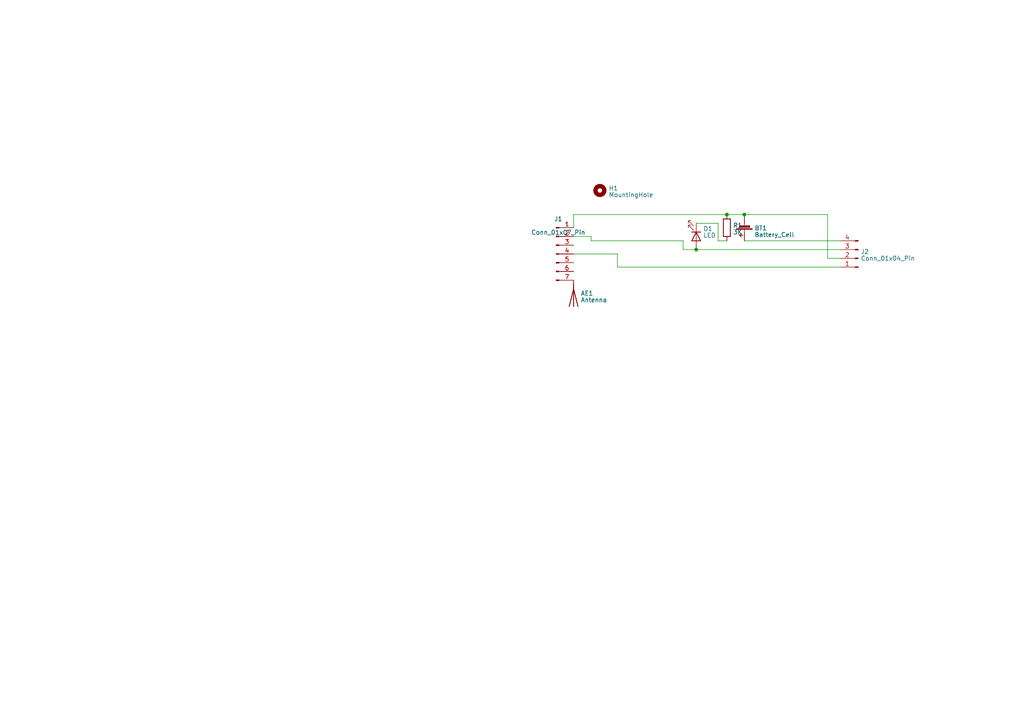
<source format=kicad_sch>
(kicad_sch (version 20230121) (generator eeschema)
  (paper "A4")
  (title_block (rev "v0.0.2"))
  (lib_symbols
    (symbol "Connector:Conn_01x04_Pin" (pin_names (offset 1.016) hide)
      (property "Reference" "J" (at 0 5.08 0))
      (property "Value" "Conn_01x04_Pin" (at 0 -7.62 0))
      (symbol "Conn_01x04_Pin_1_1"
        (polyline (pts (xy 1.27 -5.08) (xy 0.8636 -5.08)) (stroke (width 0.1524)))
        (polyline (pts (xy 1.27 -2.54) (xy 0.8636 -2.54)) (stroke (width 0.1524)))
        (polyline (pts (xy 1.27 0) (xy 0.8636 0)) (stroke (width 0.1524)))
        (polyline (pts (xy 1.27 2.54) (xy 0.8636 2.54)) (stroke (width 0.1524)))
        (rectangle (start 0.8636 -4.953) (end 0 -5.207) (stroke (width 0.1524)) (fill (type outline)))
        (rectangle (start 0.8636 -2.413) (end 0 -2.667) (stroke (width 0.1524)) (fill (type outline)))
        (rectangle (start 0.8636 0.127) (end 0 -0.127) (stroke (width 0.1524)) (fill (type outline)))
        (rectangle (start 0.8636 2.667) (end 0 2.413) (stroke (width 0.1524)) (fill (type outline)))
        (pin passive line (at 5.08 2.54 180) (length 3.81) (name "Pin_1") (number "1"))
        (pin passive line (at 5.08 0 180) (length 3.81) (name "Pin_2") (number "2"))
        (pin passive line (at 5.08 -2.54 180) (length 3.81) (name "Pin_3") (number "3"))
        (pin passive line (at 5.08 -5.08 180) (length 3.81) (name "Pin_4") (number "4"))
      )
    )
    (symbol "Connector:Conn_01x07_Pin" (pin_names (offset 1.016) hide)
      (property "Reference" "J" (at 0 10.16 0))
      (property "Value" "Conn_01x07_Pin" (at 0 -10.16 0))
      (symbol "Conn_01x07_Pin_1_1"
        (polyline (pts (xy 1.27 -7.62) (xy 0.8636 -7.62)) (stroke (width 0.1524)))
        (polyline (pts (xy 1.27 -5.08) (xy 0.8636 -5.08)) (stroke (width 0.1524)))
        (polyline (pts (xy 1.27 -2.54) (xy 0.8636 -2.54)) (stroke (width 0.1524)))
        (polyline (pts (xy 1.27 0) (xy 0.8636 0)) (stroke (width 0.1524)))
        (polyline (pts (xy 1.27 2.54) (xy 0.8636 2.54)) (stroke (width 0.1524)))
        (polyline (pts (xy 1.27 5.08) (xy 0.8636 5.08)) (stroke (width 0.1524)))
        (polyline (pts (xy 1.27 7.62) (xy 0.8636 7.62)) (stroke (width 0.1524)))
        (rectangle (start 0.8636 -7.493) (end 0 -7.747) (stroke (width 0.1524)) (fill (type outline)))
        (rectangle (start 0.8636 -4.953) (end 0 -5.207) (stroke (width 0.1524)) (fill (type outline)))
        (rectangle (start 0.8636 -2.413) (end 0 -2.667) (stroke (width 0.1524)) (fill (type outline)))
        (rectangle (start 0.8636 0.127) (end 0 -0.127) (stroke (width 0.1524)) (fill (type outline)))
        (rectangle (start 0.8636 2.667) (end 0 2.413) (stroke (width 0.1524)) (fill (type outline)))
        (rectangle (start 0.8636 5.207) (end 0 4.953) (stroke (width 0.1524)) (fill (type outline)))
        (rectangle (start 0.8636 7.747) (end 0 7.493) (stroke (width 0.1524)) (fill (type outline)))
        (pin passive line (at 5.08 7.62 180) (length 3.81) (name "Pin_1") (number "1"))
        (pin passive line (at 5.08 5.08 180) (length 3.81) (name "Pin_2") (number "2"))
        (pin passive line (at 5.08 2.54 180) (length 3.81) (name "Pin_3") (number "3"))
        (pin passive line (at 5.08 0 180) (length 3.81) (name "Pin_4") (number "4"))
        (pin passive line (at 5.08 -2.54 180) (length 3.81) (name "Pin_5") (number "5"))
        (pin passive line (at 5.08 -5.08 180) (length 3.81) (name "Pin_6") (number "6"))
        (pin passive line (at 5.08 -7.62 180) (length 3.81) (name "Pin_7") (number "7"))
      )
    )
    (symbol "Device:Antenna" (pin_numbers hide) (pin_names (offset 1.016) hide)
      (property "Reference" "AE" (at -1.905 1.905 0))
      (property "Value" "Antenna" (at -1.905 0 0))
      (symbol "Antenna_0_1"
        (polyline (pts (xy 0 2.54) (xy 0 -3.81)) (stroke (width 0.254)))
        (polyline (pts (xy 1.27 2.54) (xy 0 -2.54) (xy -1.27 2.54)) (stroke (width 0.254)))
      )
      (symbol "Antenna_1_1"
        (pin input line (at 0 -5.08 90) (length 2.54) (name "A") (number "1"))
      )
    )
    (symbol "Device:Battery_Cell" (pin_numbers hide) (pin_names (offset 0) hide)
      (property "Reference" "BT" (at 2.54 2.54 0))
      (property "Value" "Battery_Cell" (at 2.54 0 0))
      (symbol "Battery_Cell_0_1"
        (rectangle (start -2.286 1.778) (end 2.286 1.524) (fill (type outline)))
        (rectangle (start -1.5748 1.1938) (end 1.4732 0.6858) (fill (type outline)))
        (polyline (pts (xy 0 0.762) (xy 0 0)))
        (polyline (pts (xy 0 1.778) (xy 0 2.54)))
        (polyline (pts (xy 0.508 3.429) (xy 1.524 3.429)) (stroke (width 0.254)))
        (polyline (pts (xy 1.016 3.937) (xy 1.016 2.921)) (stroke (width 0.254)))
      )
      (symbol "Battery_Cell_1_1"
        (pin passive line (at 0 5.08 270) (length 2.54) (name "+") (number "1"))
        (pin passive line (at 0 -2.54 90) (length 2.54) (name "-") (number "2"))
      )
    )
    (symbol "Device:LED" (pin_numbers hide) (pin_names (offset 1.016) hide)
      (property "Reference" "D" (at 0 2.54 0))
      (property "Value" "LED" (at 0 -2.54 0))
      (symbol "LED_0_1"
        (polyline (pts (xy -1.27 -1.27) (xy -1.27 1.27)) (stroke (width 0.254)))
        (polyline (pts (xy -1.27 0) (xy 1.27 0)))
        (polyline (pts (xy 1.27 -1.27) (xy 1.27 1.27) (xy -1.27 0) (xy 1.27 -1.27)) (stroke (width 0.254)))
        (polyline (pts (xy -3.048 -0.762) (xy -4.572 -2.286) (xy -3.81 -2.286) (xy -4.572 -2.286) (xy -4.572 -1.524)))
        (polyline (pts (xy -1.778 -0.762) (xy -3.302 -2.286) (xy -2.54 -2.286) (xy -3.302 -2.286) (xy -3.302 -1.524)))
      )
      (symbol "LED_1_1"
        (pin passive line (at -3.81 0 0) (length 2.54) (name "K") (number "1"))
        (pin passive line (at 3.81 0 180) (length 2.54) (name "A") (number "2"))
      )
    )
    (symbol "Device:R" (pin_numbers hide) (pin_names (offset 0))
      (property "Reference" "R" (at 2.032 0 90))
      (property "Value" "R" (at 0 0 90))
      (symbol "R_0_1"
        (rectangle (start -1.016 -2.54) (end 1.016 2.54) (stroke (width 0.254)))
      )
      (symbol "R_1_1"
        (pin passive line (at 0 3.81 270) (length 1.27) (name "~") (number "1"))
        (pin passive line (at 0 -3.81 90) (length 1.27) (name "~") (number "2"))
      )
    )
    (symbol "Mechanical:MountingHole" (pin_names (offset 1.016))
      (property "Reference" "H" (at 0 5.08 0))
      (property "Value" "MountingHole" (at 0 3.175 0))
      (symbol "MountingHole_0_1"
        (circle (center 0 0) (radius 1.27) (stroke (width 1.27)))
      )
    )
  )
  (junction (at 210.82 62.23))
  (junction (at 215.9 62.23))
  (junction (at 201.93 72.39))
  (wire (pts (xy 215.9 62.23) (xy 240.03 62.23)))
  (wire (pts (xy 240.03 74.93) (xy 243.84 74.93)))
  (wire (pts (xy 171.45 68.58) (xy 166.37 68.58)))
  (wire (pts (xy 166.37 62.23) (xy 166.37 66.04)))
  (wire (pts (xy 243.84 77.47) (xy 179.07 77.47)))
  (wire (pts (xy 208.28 64.77) (xy 208.28 69.85)))
  (wire (pts (xy 198.12 69.85) (xy 171.45 69.85)))
  (wire (pts (xy 179.07 77.47) (xy 179.07 73.66)))
  (wire (pts (xy 208.28 69.85) (xy 210.82 69.85)))
  (wire (pts (xy 171.45 69.85) (xy 171.45 68.58)))
  (wire (pts (xy 240.03 62.23) (xy 240.03 74.93)))
  (wire (pts (xy 210.82 62.23) (xy 215.9 62.23)))
  (wire (pts (xy 201.93 72.39) (xy 243.84 72.39)))
  (wire (pts (xy 179.07 73.66) (xy 166.37 73.66)))
  (wire (pts (xy 198.12 72.39) (xy 198.12 69.85)))
  (wire (pts (xy 166.37 62.23) (xy 210.82 62.23)))
  (wire (pts (xy 215.9 69.85) (xy 243.84 69.85)))
  (wire (pts (xy 201.93 72.39) (xy 198.12 72.39)))
  (wire (pts (xy 201.93 64.77) (xy 208.28 64.77)))
  (symbol (lib_id "Device:R") (at 210.82 66.04 0) (unit 1)
    (property "Reference" "R1" (at 212.598 65.3963 0) (effects (justify left)))
    (property "Value" "3K" (at 212.598 67.3173 0) (effects (justify left)))
    (property "Footprint" "Resistor_THT:R_Axial_DIN0204_L3.6mm_D1.6mm_P7.62mm_Horizontal" (effects hide))
  )
  (symbol (lib_id "Connector:Conn_01x07_Pin") (at 161.29 73.66 0) (unit 1)
    (property "Reference" "J1" (at 161.925 63.5 0))
    (property "Value" "Conn_01x07_Pin" (at 161.925 67.4149 0))
    (property "Footprint" "Connector_PinHeader_2.54mm:PinHeader_1x07_P2.54mm_Vertical" (effects hide))
  )
  (symbol (lib_id "Device:Battery_Cell") (at 215.9 64.77 180) (unit 1)
    (property "Reference" "BT1" (at 218.821 66.1583 0) (effects (justify right)))
    (property "Value" "Battery_Cell" (at 218.821 68.0793 0) (effects (justify right)))
    (property "Footprint" "AA-ROB-FULL:CR2032-HOLDER-VERTICAL" (effects hide))
  )
  (symbol (lib_id "Mechanical:MountingHole") (at 173.99 55.245 0) (unit 1)
    (property "Reference" "H1" (at 176.53 54.6013 0) (effects (justify left)))
    (property "Value" "MountingHole" (at 176.53 56.5223 0) (effects (justify left)))
    (property "Footprint" "MountingHole:MountingHole_3.2mm_M3_DIN965_Pad" (effects hide))
  )
  (symbol (lib_id "Device:Antenna") (at 166.37 86.36 180) (unit 1)
    (property "Reference" "AE1" (at 168.402 85.0813 0) (effects (justify right)))
    (property "Value" "Antenna" (at 168.402 87.0023 0) (effects (justify right)))
    (property "Footprint" "Connector_PinHeader_2.54mm:PinHeader_1x01_P2.54mm_Vertical" (effects hide))
  )
  (symbol (lib_id "Connector:Conn_01x04_Pin") (at 248.92 74.93 180) (unit 1)
    (property "Reference" "J2" (at 249.6312 73.0163 0) (effects (justify right)))
    (property "Value" "Conn_01x04_Pin" (at 249.6312 74.9373 0) (effects (justify right)))
    (property "Footprint" "Connector_Molex:Molex_KK-254_AE-6410-04A_1x04_P2.54mm_Vertical" (effects hide))
  )
  (symbol (lib_id "Device:LED") (at 201.93 68.58 270) (unit 1)
    (property "Reference" "D1" (at 203.962 66.3488 90) (effects (justify left)))
    (property "Value" "LED" (at 203.962 68.2698 90) (effects (justify left)))
    (property "Footprint" "LED_THT:LED_D3.0mm" (effects hide))
  )
)
</source>
